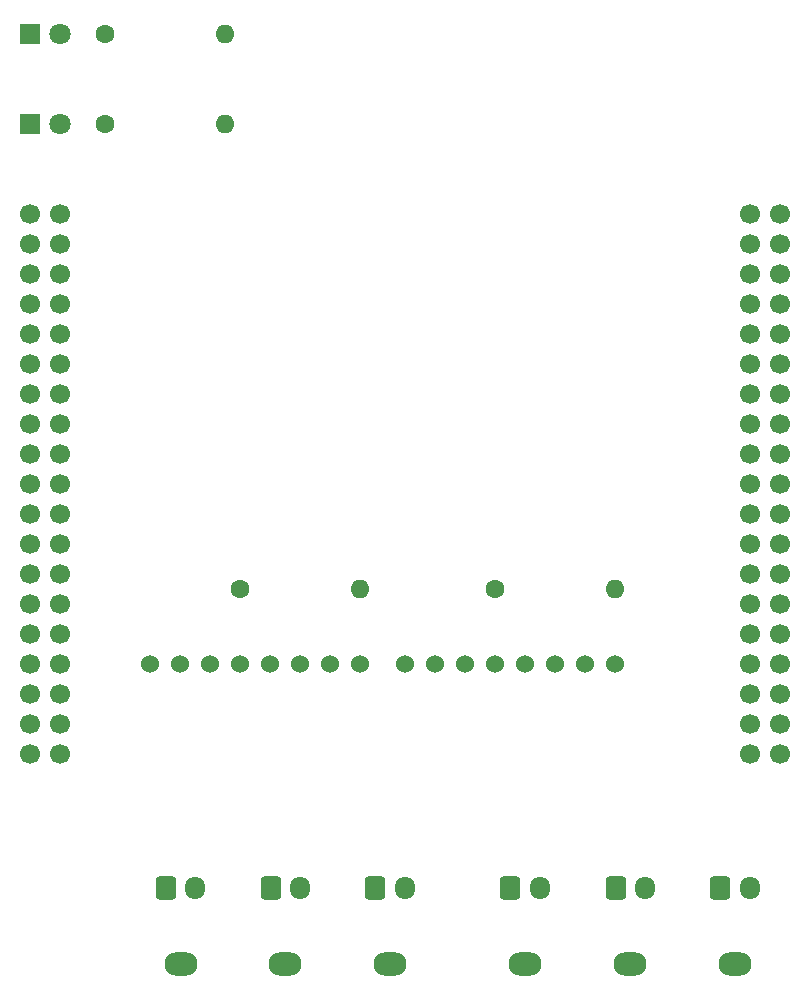
<source format=gbs>
%TF.GenerationSoftware,KiCad,Pcbnew,7.0.7*%
%TF.CreationDate,2024-06-19T04:07:58+09:00*%
%TF.ProjectId,ALTAIR_CAN_SHIELD _V1,414c5441-4952-45f4-9341-4e5f53484945,rev?*%
%TF.SameCoordinates,Original*%
%TF.FileFunction,Soldermask,Bot*%
%TF.FilePolarity,Negative*%
%FSLAX46Y46*%
G04 Gerber Fmt 4.6, Leading zero omitted, Abs format (unit mm)*
G04 Created by KiCad (PCBNEW 7.0.7) date 2024-06-19 04:07:58*
%MOMM*%
%LPD*%
G01*
G04 APERTURE LIST*
G04 Aperture macros list*
%AMRoundRect*
0 Rectangle with rounded corners*
0 $1 Rounding radius*
0 $2 $3 $4 $5 $6 $7 $8 $9 X,Y pos of 4 corners*
0 Add a 4 corners polygon primitive as box body*
4,1,4,$2,$3,$4,$5,$6,$7,$8,$9,$2,$3,0*
0 Add four circle primitives for the rounded corners*
1,1,$1+$1,$2,$3*
1,1,$1+$1,$4,$5*
1,1,$1+$1,$6,$7*
1,1,$1+$1,$8,$9*
0 Add four rect primitives between the rounded corners*
20,1,$1+$1,$2,$3,$4,$5,0*
20,1,$1+$1,$4,$5,$6,$7,0*
20,1,$1+$1,$6,$7,$8,$9,0*
20,1,$1+$1,$8,$9,$2,$3,0*%
G04 Aperture macros list end*
%ADD10O,2.800000X2.000000*%
%ADD11RoundRect,0.250000X-0.600000X-0.725000X0.600000X-0.725000X0.600000X0.725000X-0.600000X0.725000X0*%
%ADD12O,1.700000X1.950000*%
%ADD13C,1.524000*%
%ADD14C,1.600000*%
%ADD15O,1.600000X1.600000*%
%ADD16R,1.800000X1.800000*%
%ADD17C,1.800000*%
%ADD18C,1.700000*%
G04 APERTURE END LIST*
D10*
%TO.C,J3*%
X177820000Y-147320000D03*
D11*
X176570000Y-140820000D03*
D12*
X179070000Y-140820000D03*
%TD*%
D13*
%TO.C,U2*%
X149860000Y-121920000D03*
X152400000Y-121920000D03*
X154940000Y-121920000D03*
X157480000Y-121920000D03*
X160020000Y-121920000D03*
X162560000Y-121920000D03*
X165100000Y-121920000D03*
X167640000Y-121920000D03*
%TD*%
D10*
%TO.C,J2*%
X168950000Y-147320000D03*
D11*
X167700000Y-140820000D03*
D12*
X170200000Y-140820000D03*
%TD*%
D14*
%TO.C,R3*%
X157480000Y-115570000D03*
D15*
X167640000Y-115570000D03*
%TD*%
D13*
%TO.C,U3*%
X128270000Y-121920000D03*
X130810000Y-121920000D03*
X133350000Y-121920000D03*
X135890000Y-121920000D03*
X138430000Y-121920000D03*
X140970000Y-121920000D03*
X143510000Y-121920000D03*
X146050000Y-121920000D03*
%TD*%
D10*
%TO.C,J4*%
X148610000Y-147320000D03*
D11*
X147360000Y-140820000D03*
D12*
X149860000Y-140820000D03*
%TD*%
D14*
%TO.C,R4*%
X135890000Y-115570000D03*
D15*
X146050000Y-115570000D03*
%TD*%
D16*
%TO.C,LED2*%
X118110000Y-68580000D03*
D17*
X120650000Y-68580000D03*
%TD*%
D10*
%TO.C,J5*%
X139740000Y-147320000D03*
D11*
X138490000Y-140820000D03*
D12*
X140990000Y-140820000D03*
%TD*%
D10*
%TO.C,J1*%
X160040000Y-147320000D03*
D11*
X158790000Y-140820000D03*
D12*
X161290000Y-140820000D03*
%TD*%
D16*
%TO.C,LED1*%
X118110000Y-76200000D03*
D17*
X120650000Y-76200000D03*
%TD*%
D18*
%TO.C,U1*%
X120650000Y-99060000D03*
X118110000Y-91440000D03*
X120650000Y-96520000D03*
X179070000Y-91440000D03*
X118110000Y-88900000D03*
X118110000Y-124460000D03*
X120650000Y-111760000D03*
X181610000Y-91440000D03*
X120650000Y-88900000D03*
X120650000Y-104140000D03*
X120650000Y-101600000D03*
X120650000Y-116840000D03*
X120650000Y-119380000D03*
X179070000Y-127000000D03*
X179070000Y-129540000D03*
X120650000Y-121920000D03*
X179070000Y-96520000D03*
X179070000Y-99060000D03*
X179070000Y-101600000D03*
X179070000Y-111760000D03*
X179070000Y-109220000D03*
X179070000Y-124460000D03*
X181610000Y-99060000D03*
X181610000Y-96520000D03*
X118110000Y-99060000D03*
X118110000Y-101600000D03*
X118110000Y-104140000D03*
X120650000Y-86360000D03*
X118110000Y-119380000D03*
X118110000Y-121920000D03*
X120650000Y-124460000D03*
X181610000Y-111760000D03*
X181610000Y-109220000D03*
X179070000Y-121920000D03*
X179070000Y-116840000D03*
X179070000Y-119380000D03*
X179070000Y-104140000D03*
X118110000Y-109220000D03*
X179070000Y-86360000D03*
X179070000Y-88900000D03*
X179070000Y-114300000D03*
X181610000Y-101600000D03*
X181610000Y-119380000D03*
X181610000Y-116840000D03*
X181610000Y-114300000D03*
X120650000Y-129540000D03*
X120650000Y-127000000D03*
X118110000Y-127000000D03*
X118110000Y-129540000D03*
X181610000Y-124460000D03*
X181610000Y-88900000D03*
X181610000Y-86360000D03*
X179070000Y-106680000D03*
X181610000Y-83820000D03*
X179070000Y-83820000D03*
X118110000Y-83820000D03*
X120650000Y-83820000D03*
X118110000Y-86360000D03*
X118110000Y-111760000D03*
X118110000Y-114300000D03*
X118110000Y-116840000D03*
X118110000Y-106680000D03*
X120650000Y-91440000D03*
X120650000Y-106680000D03*
X120650000Y-109220000D03*
X179070000Y-93980000D03*
X181610000Y-106680000D03*
X181610000Y-121920000D03*
X118110000Y-96520000D03*
X120650000Y-93980000D03*
X118110000Y-93980000D03*
X120650000Y-114300000D03*
X181610000Y-93980000D03*
X181610000Y-104140000D03*
X181610000Y-127000000D03*
X181610000Y-129540000D03*
%TD*%
D14*
%TO.C,R2*%
X124460000Y-68580000D03*
D15*
X134620000Y-68580000D03*
%TD*%
D14*
%TO.C,R1*%
X124460000Y-76200000D03*
D15*
X134620000Y-76200000D03*
%TD*%
D10*
%TO.C,J6*%
X130870000Y-147320000D03*
D11*
X129620000Y-140820000D03*
D12*
X132120000Y-140820000D03*
%TD*%
M02*

</source>
